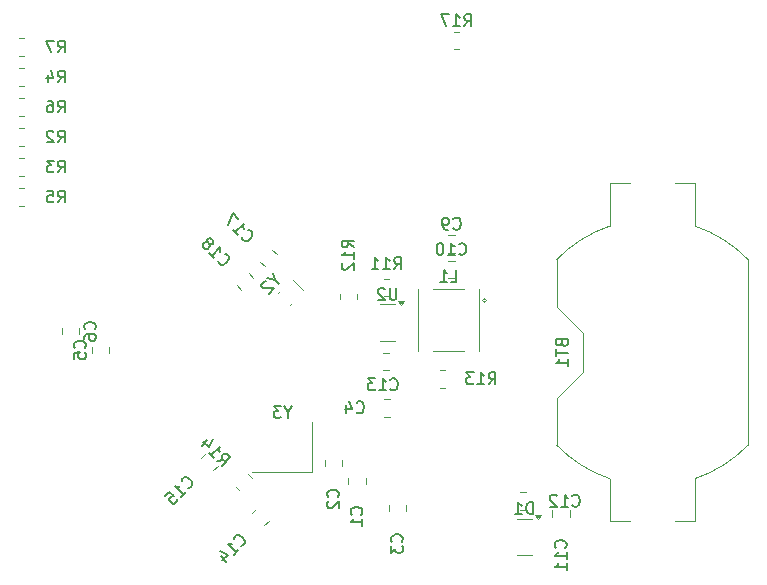
<source format=gbr>
%TF.GenerationSoftware,KiCad,Pcbnew,9.0.1*%
%TF.CreationDate,2025-04-22T02:33:50+03:00*%
%TF.ProjectId,k1921vg015_devboard,6b313932-3176-4673-9031-355f64657662,rev?*%
%TF.SameCoordinates,Original*%
%TF.FileFunction,Legend,Bot*%
%TF.FilePolarity,Positive*%
%FSLAX46Y46*%
G04 Gerber Fmt 4.6, Leading zero omitted, Abs format (unit mm)*
G04 Created by KiCad (PCBNEW 9.0.1) date 2025-04-22 02:33:50*
%MOMM*%
%LPD*%
G01*
G04 APERTURE LIST*
%ADD10C,0.150000*%
%ADD11C,0.120000*%
G04 APERTURE END LIST*
D10*
X47079857Y27618180D02*
X47413190Y28094371D01*
X47651285Y27618180D02*
X47651285Y28618180D01*
X47651285Y28618180D02*
X47270333Y28618180D01*
X47270333Y28618180D02*
X47175095Y28570561D01*
X47175095Y28570561D02*
X47127476Y28522942D01*
X47127476Y28522942D02*
X47079857Y28427704D01*
X47079857Y28427704D02*
X47079857Y28284847D01*
X47079857Y28284847D02*
X47127476Y28189609D01*
X47127476Y28189609D02*
X47175095Y28141990D01*
X47175095Y28141990D02*
X47270333Y28094371D01*
X47270333Y28094371D02*
X47651285Y28094371D01*
X46127476Y27618180D02*
X46698904Y27618180D01*
X46413190Y27618180D02*
X46413190Y28618180D01*
X46413190Y28618180D02*
X46508428Y28475323D01*
X46508428Y28475323D02*
X46603666Y28380085D01*
X46603666Y28380085D02*
X46698904Y28332466D01*
X45794142Y28618180D02*
X45127476Y28618180D01*
X45127476Y28618180D02*
X45556047Y27618180D01*
X37954166Y-5059580D02*
X38001785Y-5107200D01*
X38001785Y-5107200D02*
X38144642Y-5154819D01*
X38144642Y-5154819D02*
X38239880Y-5154819D01*
X38239880Y-5154819D02*
X38382737Y-5107200D01*
X38382737Y-5107200D02*
X38477975Y-5011961D01*
X38477975Y-5011961D02*
X38525594Y-4916723D01*
X38525594Y-4916723D02*
X38573213Y-4726247D01*
X38573213Y-4726247D02*
X38573213Y-4583390D01*
X38573213Y-4583390D02*
X38525594Y-4392914D01*
X38525594Y-4392914D02*
X38477975Y-4297676D01*
X38477975Y-4297676D02*
X38382737Y-4202438D01*
X38382737Y-4202438D02*
X38239880Y-4154819D01*
X38239880Y-4154819D02*
X38144642Y-4154819D01*
X38144642Y-4154819D02*
X38001785Y-4202438D01*
X38001785Y-4202438D02*
X37954166Y-4250057D01*
X37097023Y-4488152D02*
X37097023Y-5154819D01*
X37335118Y-4107200D02*
X37573213Y-4821485D01*
X37573213Y-4821485D02*
X36954166Y-4821485D01*
X36359580Y-12233333D02*
X36407200Y-12185714D01*
X36407200Y-12185714D02*
X36454819Y-12042857D01*
X36454819Y-12042857D02*
X36454819Y-11947619D01*
X36454819Y-11947619D02*
X36407200Y-11804762D01*
X36407200Y-11804762D02*
X36311961Y-11709524D01*
X36311961Y-11709524D02*
X36216723Y-11661905D01*
X36216723Y-11661905D02*
X36026247Y-11614286D01*
X36026247Y-11614286D02*
X35883390Y-11614286D01*
X35883390Y-11614286D02*
X35692914Y-11661905D01*
X35692914Y-11661905D02*
X35597676Y-11709524D01*
X35597676Y-11709524D02*
X35502438Y-11804762D01*
X35502438Y-11804762D02*
X35454819Y-11947619D01*
X35454819Y-11947619D02*
X35454819Y-12042857D01*
X35454819Y-12042857D02*
X35502438Y-12185714D01*
X35502438Y-12185714D02*
X35550057Y-12233333D01*
X35550057Y-12614286D02*
X35502438Y-12661905D01*
X35502438Y-12661905D02*
X35454819Y-12757143D01*
X35454819Y-12757143D02*
X35454819Y-12995238D01*
X35454819Y-12995238D02*
X35502438Y-13090476D01*
X35502438Y-13090476D02*
X35550057Y-13138095D01*
X35550057Y-13138095D02*
X35645295Y-13185714D01*
X35645295Y-13185714D02*
X35740533Y-13185714D01*
X35740533Y-13185714D02*
X35883390Y-13138095D01*
X35883390Y-13138095D02*
X36454819Y-12566667D01*
X36454819Y-12566667D02*
X36454819Y-13185714D01*
X46635357Y8345419D02*
X46682976Y8297800D01*
X46682976Y8297800D02*
X46825833Y8250180D01*
X46825833Y8250180D02*
X46921071Y8250180D01*
X46921071Y8250180D02*
X47063928Y8297800D01*
X47063928Y8297800D02*
X47159166Y8393038D01*
X47159166Y8393038D02*
X47206785Y8488276D01*
X47206785Y8488276D02*
X47254404Y8678752D01*
X47254404Y8678752D02*
X47254404Y8821609D01*
X47254404Y8821609D02*
X47206785Y9012085D01*
X47206785Y9012085D02*
X47159166Y9107323D01*
X47159166Y9107323D02*
X47063928Y9202561D01*
X47063928Y9202561D02*
X46921071Y9250180D01*
X46921071Y9250180D02*
X46825833Y9250180D01*
X46825833Y9250180D02*
X46682976Y9202561D01*
X46682976Y9202561D02*
X46635357Y9154942D01*
X45682976Y8250180D02*
X46254404Y8250180D01*
X45968690Y8250180D02*
X45968690Y9250180D01*
X45968690Y9250180D02*
X46063928Y9107323D01*
X46063928Y9107323D02*
X46159166Y9012085D01*
X46159166Y9012085D02*
X46254404Y8964466D01*
X45063928Y9250180D02*
X44968690Y9250180D01*
X44968690Y9250180D02*
X44873452Y9202561D01*
X44873452Y9202561D02*
X44825833Y9154942D01*
X44825833Y9154942D02*
X44778214Y9059704D01*
X44778214Y9059704D02*
X44730595Y8869228D01*
X44730595Y8869228D02*
X44730595Y8631133D01*
X44730595Y8631133D02*
X44778214Y8440657D01*
X44778214Y8440657D02*
X44825833Y8345419D01*
X44825833Y8345419D02*
X44873452Y8297800D01*
X44873452Y8297800D02*
X44968690Y8250180D01*
X44968690Y8250180D02*
X45063928Y8250180D01*
X45063928Y8250180D02*
X45159166Y8297800D01*
X45159166Y8297800D02*
X45206785Y8345419D01*
X45206785Y8345419D02*
X45254404Y8440657D01*
X45254404Y8440657D02*
X45302023Y8631133D01*
X45302023Y8631133D02*
X45302023Y8869228D01*
X45302023Y8869228D02*
X45254404Y9059704D01*
X45254404Y9059704D02*
X45206785Y9154942D01*
X45206785Y9154942D02*
X45159166Y9202561D01*
X45159166Y9202561D02*
X45063928Y9250180D01*
X28142453Y-16399670D02*
X28209797Y-16399670D01*
X28209797Y-16399670D02*
X28344484Y-16332326D01*
X28344484Y-16332326D02*
X28411827Y-16264983D01*
X28411827Y-16264983D02*
X28479171Y-16130296D01*
X28479171Y-16130296D02*
X28479171Y-15995609D01*
X28479171Y-15995609D02*
X28445499Y-15894594D01*
X28445499Y-15894594D02*
X28344484Y-15726235D01*
X28344484Y-15726235D02*
X28243469Y-15625220D01*
X28243469Y-15625220D02*
X28075110Y-15524204D01*
X28075110Y-15524204D02*
X27974095Y-15490533D01*
X27974095Y-15490533D02*
X27839408Y-15490533D01*
X27839408Y-15490533D02*
X27704721Y-15557876D01*
X27704721Y-15557876D02*
X27637377Y-15625220D01*
X27637377Y-15625220D02*
X27570034Y-15759907D01*
X27570034Y-15759907D02*
X27570034Y-15827250D01*
X27536362Y-17140448D02*
X27940423Y-16736387D01*
X27738392Y-16938418D02*
X27031286Y-16231311D01*
X27031286Y-16231311D02*
X27199644Y-16264983D01*
X27199644Y-16264983D02*
X27334331Y-16264983D01*
X27334331Y-16264983D02*
X27435347Y-16231311D01*
X26458866Y-17275136D02*
X26930270Y-17746540D01*
X26357850Y-16837403D02*
X27031285Y-17174120D01*
X27031285Y-17174120D02*
X26593553Y-17611853D01*
X15789580Y1954166D02*
X15837200Y2001785D01*
X15837200Y2001785D02*
X15884819Y2144642D01*
X15884819Y2144642D02*
X15884819Y2239880D01*
X15884819Y2239880D02*
X15837200Y2382737D01*
X15837200Y2382737D02*
X15741961Y2477975D01*
X15741961Y2477975D02*
X15646723Y2525594D01*
X15646723Y2525594D02*
X15456247Y2573213D01*
X15456247Y2573213D02*
X15313390Y2573213D01*
X15313390Y2573213D02*
X15122914Y2525594D01*
X15122914Y2525594D02*
X15027676Y2477975D01*
X15027676Y2477975D02*
X14932438Y2382737D01*
X14932438Y2382737D02*
X14884819Y2239880D01*
X14884819Y2239880D02*
X14884819Y2144642D01*
X14884819Y2144642D02*
X14932438Y2001785D01*
X14932438Y2001785D02*
X14980057Y1954166D01*
X14884819Y1097023D02*
X14884819Y1287499D01*
X14884819Y1287499D02*
X14932438Y1382737D01*
X14932438Y1382737D02*
X14980057Y1430356D01*
X14980057Y1430356D02*
X15122914Y1525594D01*
X15122914Y1525594D02*
X15313390Y1573213D01*
X15313390Y1573213D02*
X15694342Y1573213D01*
X15694342Y1573213D02*
X15789580Y1525594D01*
X15789580Y1525594D02*
X15837200Y1477975D01*
X15837200Y1477975D02*
X15884819Y1382737D01*
X15884819Y1382737D02*
X15884819Y1192261D01*
X15884819Y1192261D02*
X15837200Y1097023D01*
X15837200Y1097023D02*
X15789580Y1049404D01*
X15789580Y1049404D02*
X15694342Y1001785D01*
X15694342Y1001785D02*
X15456247Y1001785D01*
X15456247Y1001785D02*
X15361009Y1049404D01*
X15361009Y1049404D02*
X15313390Y1097023D01*
X15313390Y1097023D02*
X15265771Y1192261D01*
X15265771Y1192261D02*
X15265771Y1382737D01*
X15265771Y1382737D02*
X15313390Y1477975D01*
X15313390Y1477975D02*
X15361009Y1525594D01*
X15361009Y1525594D02*
X15456247Y1573213D01*
X38359580Y-13733333D02*
X38407200Y-13685714D01*
X38407200Y-13685714D02*
X38454819Y-13542857D01*
X38454819Y-13542857D02*
X38454819Y-13447619D01*
X38454819Y-13447619D02*
X38407200Y-13304762D01*
X38407200Y-13304762D02*
X38311961Y-13209524D01*
X38311961Y-13209524D02*
X38216723Y-13161905D01*
X38216723Y-13161905D02*
X38026247Y-13114286D01*
X38026247Y-13114286D02*
X37883390Y-13114286D01*
X37883390Y-13114286D02*
X37692914Y-13161905D01*
X37692914Y-13161905D02*
X37597676Y-13209524D01*
X37597676Y-13209524D02*
X37502438Y-13304762D01*
X37502438Y-13304762D02*
X37454819Y-13447619D01*
X37454819Y-13447619D02*
X37454819Y-13542857D01*
X37454819Y-13542857D02*
X37502438Y-13685714D01*
X37502438Y-13685714D02*
X37550057Y-13733333D01*
X38454819Y-14685714D02*
X38454819Y-14114286D01*
X38454819Y-14400000D02*
X37454819Y-14400000D01*
X37454819Y-14400000D02*
X37597676Y-14304762D01*
X37597676Y-14304762D02*
X37692914Y-14209524D01*
X37692914Y-14209524D02*
X37740533Y-14114286D01*
X41759580Y-16033333D02*
X41807200Y-15985714D01*
X41807200Y-15985714D02*
X41854819Y-15842857D01*
X41854819Y-15842857D02*
X41854819Y-15747619D01*
X41854819Y-15747619D02*
X41807200Y-15604762D01*
X41807200Y-15604762D02*
X41711961Y-15509524D01*
X41711961Y-15509524D02*
X41616723Y-15461905D01*
X41616723Y-15461905D02*
X41426247Y-15414286D01*
X41426247Y-15414286D02*
X41283390Y-15414286D01*
X41283390Y-15414286D02*
X41092914Y-15461905D01*
X41092914Y-15461905D02*
X40997676Y-15509524D01*
X40997676Y-15509524D02*
X40902438Y-15604762D01*
X40902438Y-15604762D02*
X40854819Y-15747619D01*
X40854819Y-15747619D02*
X40854819Y-15842857D01*
X40854819Y-15842857D02*
X40902438Y-15985714D01*
X40902438Y-15985714D02*
X40950057Y-16033333D01*
X40854819Y-16366667D02*
X40854819Y-16985714D01*
X40854819Y-16985714D02*
X41235771Y-16652381D01*
X41235771Y-16652381D02*
X41235771Y-16795238D01*
X41235771Y-16795238D02*
X41283390Y-16890476D01*
X41283390Y-16890476D02*
X41331009Y-16938095D01*
X41331009Y-16938095D02*
X41426247Y-16985714D01*
X41426247Y-16985714D02*
X41664342Y-16985714D01*
X41664342Y-16985714D02*
X41759580Y-16938095D01*
X41759580Y-16938095D02*
X41807200Y-16890476D01*
X41807200Y-16890476D02*
X41854819Y-16795238D01*
X41854819Y-16795238D02*
X41854819Y-16509524D01*
X41854819Y-16509524D02*
X41807200Y-16414286D01*
X41807200Y-16414286D02*
X41759580Y-16366667D01*
X28225432Y9766043D02*
X28225432Y9698699D01*
X28225432Y9698699D02*
X28292776Y9564012D01*
X28292776Y9564012D02*
X28360119Y9496669D01*
X28360119Y9496669D02*
X28494806Y9429325D01*
X28494806Y9429325D02*
X28629493Y9429325D01*
X28629493Y9429325D02*
X28730508Y9462997D01*
X28730508Y9462997D02*
X28898867Y9564012D01*
X28898867Y9564012D02*
X28999882Y9665027D01*
X28999882Y9665027D02*
X29100898Y9833386D01*
X29100898Y9833386D02*
X29134569Y9934401D01*
X29134569Y9934401D02*
X29134569Y10069088D01*
X29134569Y10069088D02*
X29067226Y10203775D01*
X29067226Y10203775D02*
X28999882Y10271119D01*
X28999882Y10271119D02*
X28865195Y10338462D01*
X28865195Y10338462D02*
X28797852Y10338462D01*
X27484654Y10372134D02*
X27888715Y9968073D01*
X27686684Y10170104D02*
X28393791Y10877210D01*
X28393791Y10877210D02*
X28360119Y10708852D01*
X28360119Y10708852D02*
X28360119Y10574165D01*
X28360119Y10574165D02*
X28393791Y10473149D01*
X27956058Y11314943D02*
X27484653Y11786348D01*
X27484653Y11786348D02*
X27080592Y10776195D01*
X12666666Y25395180D02*
X12999999Y25871371D01*
X13238094Y25395180D02*
X13238094Y26395180D01*
X13238094Y26395180D02*
X12857142Y26395180D01*
X12857142Y26395180D02*
X12761904Y26347561D01*
X12761904Y26347561D02*
X12714285Y26299942D01*
X12714285Y26299942D02*
X12666666Y26204704D01*
X12666666Y26204704D02*
X12666666Y26061847D01*
X12666666Y26061847D02*
X12714285Y25966609D01*
X12714285Y25966609D02*
X12761904Y25918990D01*
X12761904Y25918990D02*
X12857142Y25871371D01*
X12857142Y25871371D02*
X13238094Y25871371D01*
X12333332Y26395180D02*
X11666666Y26395180D01*
X11666666Y26395180D02*
X12095237Y25395180D01*
X31010523Y6152511D02*
X31347241Y5815793D01*
X30875836Y6758602D02*
X31010523Y6152511D01*
X31010523Y6152511D02*
X30404432Y6287198D01*
X30269745Y6017824D02*
X30202401Y6017824D01*
X30202401Y6017824D02*
X30101386Y5984152D01*
X30101386Y5984152D02*
X29933027Y5815793D01*
X29933027Y5815793D02*
X29899355Y5714778D01*
X29899355Y5714778D02*
X29899355Y5647435D01*
X29899355Y5647435D02*
X29933027Y5546419D01*
X29933027Y5546419D02*
X30000371Y5479076D01*
X30000371Y5479076D02*
X30135058Y5411732D01*
X30135058Y5411732D02*
X30943180Y5411732D01*
X30943180Y5411732D02*
X30505447Y4974000D01*
X26225432Y7766043D02*
X26225432Y7698699D01*
X26225432Y7698699D02*
X26292776Y7564012D01*
X26292776Y7564012D02*
X26360119Y7496669D01*
X26360119Y7496669D02*
X26494806Y7429325D01*
X26494806Y7429325D02*
X26629493Y7429325D01*
X26629493Y7429325D02*
X26730508Y7462997D01*
X26730508Y7462997D02*
X26898867Y7564012D01*
X26898867Y7564012D02*
X26999882Y7665027D01*
X26999882Y7665027D02*
X27100898Y7833386D01*
X27100898Y7833386D02*
X27134569Y7934401D01*
X27134569Y7934401D02*
X27134569Y8069088D01*
X27134569Y8069088D02*
X27067226Y8203775D01*
X27067226Y8203775D02*
X26999882Y8271119D01*
X26999882Y8271119D02*
X26865195Y8338462D01*
X26865195Y8338462D02*
X26797852Y8338462D01*
X25484654Y8372134D02*
X25888715Y7968073D01*
X25686684Y8170104D02*
X26393791Y8877210D01*
X26393791Y8877210D02*
X26360119Y8708852D01*
X26360119Y8708852D02*
X26360119Y8574165D01*
X26360119Y8574165D02*
X26393791Y8473149D01*
X25484653Y9180256D02*
X25585669Y9146585D01*
X25585669Y9146585D02*
X25653012Y9146585D01*
X25653012Y9146585D02*
X25754027Y9180256D01*
X25754027Y9180256D02*
X25787699Y9213928D01*
X25787699Y9213928D02*
X25821371Y9314943D01*
X25821371Y9314943D02*
X25821371Y9382287D01*
X25821371Y9382287D02*
X25787699Y9483302D01*
X25787699Y9483302D02*
X25653012Y9617989D01*
X25653012Y9617989D02*
X25551997Y9651661D01*
X25551997Y9651661D02*
X25484653Y9651661D01*
X25484653Y9651661D02*
X25383638Y9617989D01*
X25383638Y9617989D02*
X25349966Y9584317D01*
X25349966Y9584317D02*
X25316295Y9483302D01*
X25316295Y9483302D02*
X25316295Y9415959D01*
X25316295Y9415959D02*
X25349966Y9314943D01*
X25349966Y9314943D02*
X25484653Y9180256D01*
X25484653Y9180256D02*
X25518325Y9079241D01*
X25518325Y9079241D02*
X25518325Y9011898D01*
X25518325Y9011898D02*
X25484653Y8910882D01*
X25484653Y8910882D02*
X25349966Y8776195D01*
X25349966Y8776195D02*
X25248951Y8742524D01*
X25248951Y8742524D02*
X25181608Y8742524D01*
X25181608Y8742524D02*
X25080592Y8776195D01*
X25080592Y8776195D02*
X24945905Y8910882D01*
X24945905Y8910882D02*
X24912234Y9011898D01*
X24912234Y9011898D02*
X24912234Y9079241D01*
X24912234Y9079241D02*
X24945905Y9180256D01*
X24945905Y9180256D02*
X25080592Y9314943D01*
X25080592Y9314943D02*
X25181608Y9348615D01*
X25181608Y9348615D02*
X25248951Y9348615D01*
X25248951Y9348615D02*
X25349966Y9314943D01*
X12666666Y17775180D02*
X12999999Y18251371D01*
X13238094Y17775180D02*
X13238094Y18775180D01*
X13238094Y18775180D02*
X12857142Y18775180D01*
X12857142Y18775180D02*
X12761904Y18727561D01*
X12761904Y18727561D02*
X12714285Y18679942D01*
X12714285Y18679942D02*
X12666666Y18584704D01*
X12666666Y18584704D02*
X12666666Y18441847D01*
X12666666Y18441847D02*
X12714285Y18346609D01*
X12714285Y18346609D02*
X12761904Y18298990D01*
X12761904Y18298990D02*
X12857142Y18251371D01*
X12857142Y18251371D02*
X13238094Y18251371D01*
X12285713Y18679942D02*
X12238094Y18727561D01*
X12238094Y18727561D02*
X12142856Y18775180D01*
X12142856Y18775180D02*
X11904761Y18775180D01*
X11904761Y18775180D02*
X11809523Y18727561D01*
X11809523Y18727561D02*
X11761904Y18679942D01*
X11761904Y18679942D02*
X11714285Y18584704D01*
X11714285Y18584704D02*
X11714285Y18489466D01*
X11714285Y18489466D02*
X11761904Y18346609D01*
X11761904Y18346609D02*
X12333332Y17775180D01*
X12333332Y17775180D02*
X11714285Y17775180D01*
X12666666Y20315180D02*
X12999999Y20791371D01*
X13238094Y20315180D02*
X13238094Y21315180D01*
X13238094Y21315180D02*
X12857142Y21315180D01*
X12857142Y21315180D02*
X12761904Y21267561D01*
X12761904Y21267561D02*
X12714285Y21219942D01*
X12714285Y21219942D02*
X12666666Y21124704D01*
X12666666Y21124704D02*
X12666666Y20981847D01*
X12666666Y20981847D02*
X12714285Y20886609D01*
X12714285Y20886609D02*
X12761904Y20838990D01*
X12761904Y20838990D02*
X12857142Y20791371D01*
X12857142Y20791371D02*
X13238094Y20791371D01*
X11809523Y21315180D02*
X11999999Y21315180D01*
X11999999Y21315180D02*
X12095237Y21267561D01*
X12095237Y21267561D02*
X12142856Y21219942D01*
X12142856Y21219942D02*
X12238094Y21077085D01*
X12238094Y21077085D02*
X12285713Y20886609D01*
X12285713Y20886609D02*
X12285713Y20505657D01*
X12285713Y20505657D02*
X12238094Y20410419D01*
X12238094Y20410419D02*
X12190475Y20362800D01*
X12190475Y20362800D02*
X12095237Y20315180D01*
X12095237Y20315180D02*
X11904761Y20315180D01*
X11904761Y20315180D02*
X11809523Y20362800D01*
X11809523Y20362800D02*
X11761904Y20410419D01*
X11761904Y20410419D02*
X11714285Y20505657D01*
X11714285Y20505657D02*
X11714285Y20743752D01*
X11714285Y20743752D02*
X11761904Y20838990D01*
X11761904Y20838990D02*
X11809523Y20886609D01*
X11809523Y20886609D02*
X11904761Y20934228D01*
X11904761Y20934228D02*
X12095237Y20934228D01*
X12095237Y20934228D02*
X12190475Y20886609D01*
X12190475Y20886609D02*
X12238094Y20838990D01*
X12238094Y20838990D02*
X12285713Y20743752D01*
X23708830Y-11499694D02*
X23776174Y-11499694D01*
X23776174Y-11499694D02*
X23910861Y-11432350D01*
X23910861Y-11432350D02*
X23978204Y-11365007D01*
X23978204Y-11365007D02*
X24045548Y-11230320D01*
X24045548Y-11230320D02*
X24045548Y-11095633D01*
X24045548Y-11095633D02*
X24011876Y-10994618D01*
X24011876Y-10994618D02*
X23910861Y-10826259D01*
X23910861Y-10826259D02*
X23809846Y-10725244D01*
X23809846Y-10725244D02*
X23641487Y-10624228D01*
X23641487Y-10624228D02*
X23540472Y-10590557D01*
X23540472Y-10590557D02*
X23405785Y-10590557D01*
X23405785Y-10590557D02*
X23271098Y-10657900D01*
X23271098Y-10657900D02*
X23203754Y-10725244D01*
X23203754Y-10725244D02*
X23136411Y-10859931D01*
X23136411Y-10859931D02*
X23136411Y-10927274D01*
X23102739Y-12240472D02*
X23506800Y-11836411D01*
X23304769Y-12038442D02*
X22597663Y-11331335D01*
X22597663Y-11331335D02*
X22766021Y-11365007D01*
X22766021Y-11365007D02*
X22900708Y-11365007D01*
X22900708Y-11365007D02*
X23001724Y-11331335D01*
X21755869Y-12173129D02*
X22092586Y-11836411D01*
X22092586Y-11836411D02*
X22462975Y-12139457D01*
X22462975Y-12139457D02*
X22395632Y-12139457D01*
X22395632Y-12139457D02*
X22294617Y-12173129D01*
X22294617Y-12173129D02*
X22126258Y-12341488D01*
X22126258Y-12341488D02*
X22092586Y-12442503D01*
X22092586Y-12442503D02*
X22092586Y-12509847D01*
X22092586Y-12509847D02*
X22126258Y-12610862D01*
X22126258Y-12610862D02*
X22294617Y-12779221D01*
X22294617Y-12779221D02*
X22395632Y-12812892D01*
X22395632Y-12812892D02*
X22462975Y-12812892D01*
X22462975Y-12812892D02*
X22563991Y-12779221D01*
X22563991Y-12779221D02*
X22732349Y-12610862D01*
X22732349Y-12610862D02*
X22766021Y-12509847D01*
X22766021Y-12509847D02*
X22766021Y-12442503D01*
X55311009Y785714D02*
X55358628Y642857D01*
X55358628Y642857D02*
X55406247Y595238D01*
X55406247Y595238D02*
X55501485Y547619D01*
X55501485Y547619D02*
X55644342Y547619D01*
X55644342Y547619D02*
X55739580Y595238D01*
X55739580Y595238D02*
X55787200Y642857D01*
X55787200Y642857D02*
X55834819Y738095D01*
X55834819Y738095D02*
X55834819Y1119047D01*
X55834819Y1119047D02*
X54834819Y1119047D01*
X54834819Y1119047D02*
X54834819Y785714D01*
X54834819Y785714D02*
X54882438Y690476D01*
X54882438Y690476D02*
X54930057Y642857D01*
X54930057Y642857D02*
X55025295Y595238D01*
X55025295Y595238D02*
X55120533Y595238D01*
X55120533Y595238D02*
X55215771Y642857D01*
X55215771Y642857D02*
X55263390Y690476D01*
X55263390Y690476D02*
X55311009Y785714D01*
X55311009Y785714D02*
X55311009Y1119047D01*
X54834819Y261904D02*
X54834819Y-309523D01*
X55834819Y-23809D02*
X54834819Y-23809D01*
X55834819Y-1166666D02*
X55834819Y-595238D01*
X55834819Y-880952D02*
X54834819Y-880952D01*
X54834819Y-880952D02*
X54977676Y-785714D01*
X54977676Y-785714D02*
X55072914Y-690476D01*
X55072914Y-690476D02*
X55120533Y-595238D01*
X37704819Y8892857D02*
X37228628Y9226190D01*
X37704819Y9464285D02*
X36704819Y9464285D01*
X36704819Y9464285D02*
X36704819Y9083333D01*
X36704819Y9083333D02*
X36752438Y8988095D01*
X36752438Y8988095D02*
X36800057Y8940476D01*
X36800057Y8940476D02*
X36895295Y8892857D01*
X36895295Y8892857D02*
X37038152Y8892857D01*
X37038152Y8892857D02*
X37133390Y8940476D01*
X37133390Y8940476D02*
X37181009Y8988095D01*
X37181009Y8988095D02*
X37228628Y9083333D01*
X37228628Y9083333D02*
X37228628Y9464285D01*
X37704819Y7940476D02*
X37704819Y8511904D01*
X37704819Y8226190D02*
X36704819Y8226190D01*
X36704819Y8226190D02*
X36847676Y8321428D01*
X36847676Y8321428D02*
X36942914Y8416666D01*
X36942914Y8416666D02*
X36990533Y8511904D01*
X36800057Y7559523D02*
X36752438Y7511904D01*
X36752438Y7511904D02*
X36704819Y7416666D01*
X36704819Y7416666D02*
X36704819Y7178571D01*
X36704819Y7178571D02*
X36752438Y7083333D01*
X36752438Y7083333D02*
X36800057Y7035714D01*
X36800057Y7035714D02*
X36895295Y6988095D01*
X36895295Y6988095D02*
X36990533Y6988095D01*
X36990533Y6988095D02*
X37133390Y7035714D01*
X37133390Y7035714D02*
X37704819Y7607142D01*
X37704819Y7607142D02*
X37704819Y6988095D01*
X32134889Y-5066428D02*
X32134889Y-5542619D01*
X32468222Y-4542619D02*
X32134889Y-5066428D01*
X32134889Y-5066428D02*
X31801556Y-4542619D01*
X31563460Y-4542619D02*
X30944413Y-4542619D01*
X30944413Y-4542619D02*
X31277746Y-4923571D01*
X31277746Y-4923571D02*
X31134889Y-4923571D01*
X31134889Y-4923571D02*
X31039651Y-4971190D01*
X31039651Y-4971190D02*
X30992032Y-5018809D01*
X30992032Y-5018809D02*
X30944413Y-5114047D01*
X30944413Y-5114047D02*
X30944413Y-5352142D01*
X30944413Y-5352142D02*
X30992032Y-5447380D01*
X30992032Y-5447380D02*
X31039651Y-5495000D01*
X31039651Y-5495000D02*
X31134889Y-5542619D01*
X31134889Y-5542619D02*
X31420603Y-5542619D01*
X31420603Y-5542619D02*
X31515841Y-5495000D01*
X31515841Y-5495000D02*
X31563460Y-5447380D01*
X12666666Y15235180D02*
X12999999Y15711371D01*
X13238094Y15235180D02*
X13238094Y16235180D01*
X13238094Y16235180D02*
X12857142Y16235180D01*
X12857142Y16235180D02*
X12761904Y16187561D01*
X12761904Y16187561D02*
X12714285Y16139942D01*
X12714285Y16139942D02*
X12666666Y16044704D01*
X12666666Y16044704D02*
X12666666Y15901847D01*
X12666666Y15901847D02*
X12714285Y15806609D01*
X12714285Y15806609D02*
X12761904Y15758990D01*
X12761904Y15758990D02*
X12857142Y15711371D01*
X12857142Y15711371D02*
X13238094Y15711371D01*
X12333332Y16235180D02*
X11714285Y16235180D01*
X11714285Y16235180D02*
X12047618Y15854228D01*
X12047618Y15854228D02*
X11904761Y15854228D01*
X11904761Y15854228D02*
X11809523Y15806609D01*
X11809523Y15806609D02*
X11761904Y15758990D01*
X11761904Y15758990D02*
X11714285Y15663752D01*
X11714285Y15663752D02*
X11714285Y15425657D01*
X11714285Y15425657D02*
X11761904Y15330419D01*
X11761904Y15330419D02*
X11809523Y15282800D01*
X11809523Y15282800D02*
X11904761Y15235180D01*
X11904761Y15235180D02*
X12190475Y15235180D01*
X12190475Y15235180D02*
X12285713Y15282800D01*
X12285713Y15282800D02*
X12333332Y15330419D01*
X12666666Y12695180D02*
X12999999Y13171371D01*
X13238094Y12695180D02*
X13238094Y13695180D01*
X13238094Y13695180D02*
X12857142Y13695180D01*
X12857142Y13695180D02*
X12761904Y13647561D01*
X12761904Y13647561D02*
X12714285Y13599942D01*
X12714285Y13599942D02*
X12666666Y13504704D01*
X12666666Y13504704D02*
X12666666Y13361847D01*
X12666666Y13361847D02*
X12714285Y13266609D01*
X12714285Y13266609D02*
X12761904Y13218990D01*
X12761904Y13218990D02*
X12857142Y13171371D01*
X12857142Y13171371D02*
X13238094Y13171371D01*
X11761904Y13695180D02*
X12238094Y13695180D01*
X12238094Y13695180D02*
X12285713Y13218990D01*
X12285713Y13218990D02*
X12238094Y13266609D01*
X12238094Y13266609D02*
X12142856Y13314228D01*
X12142856Y13314228D02*
X11904761Y13314228D01*
X11904761Y13314228D02*
X11809523Y13266609D01*
X11809523Y13266609D02*
X11761904Y13218990D01*
X11761904Y13218990D02*
X11714285Y13123752D01*
X11714285Y13123752D02*
X11714285Y12885657D01*
X11714285Y12885657D02*
X11761904Y12790419D01*
X11761904Y12790419D02*
X11809523Y12742800D01*
X11809523Y12742800D02*
X11904761Y12695180D01*
X11904761Y12695180D02*
X12142856Y12695180D01*
X12142856Y12695180D02*
X12238094Y12742800D01*
X12238094Y12742800D02*
X12285713Y12790419D01*
X14929580Y379166D02*
X14977200Y426785D01*
X14977200Y426785D02*
X15024819Y569642D01*
X15024819Y569642D02*
X15024819Y664880D01*
X15024819Y664880D02*
X14977200Y807737D01*
X14977200Y807737D02*
X14881961Y902975D01*
X14881961Y902975D02*
X14786723Y950594D01*
X14786723Y950594D02*
X14596247Y998213D01*
X14596247Y998213D02*
X14453390Y998213D01*
X14453390Y998213D02*
X14262914Y950594D01*
X14262914Y950594D02*
X14167676Y902975D01*
X14167676Y902975D02*
X14072438Y807737D01*
X14072438Y807737D02*
X14024819Y664880D01*
X14024819Y664880D02*
X14024819Y569642D01*
X14024819Y569642D02*
X14072438Y426785D01*
X14072438Y426785D02*
X14120057Y379166D01*
X14024819Y-525595D02*
X14024819Y-49405D01*
X14024819Y-49405D02*
X14501009Y-1786D01*
X14501009Y-1786D02*
X14453390Y-49405D01*
X14453390Y-49405D02*
X14405771Y-144643D01*
X14405771Y-144643D02*
X14405771Y-382738D01*
X14405771Y-382738D02*
X14453390Y-477976D01*
X14453390Y-477976D02*
X14501009Y-525595D01*
X14501009Y-525595D02*
X14596247Y-573214D01*
X14596247Y-573214D02*
X14834342Y-573214D01*
X14834342Y-573214D02*
X14929580Y-525595D01*
X14929580Y-525595D02*
X14977200Y-477976D01*
X14977200Y-477976D02*
X15024819Y-382738D01*
X15024819Y-382738D02*
X15024819Y-144643D01*
X15024819Y-144643D02*
X14977200Y-49405D01*
X14977200Y-49405D02*
X14929580Y-1786D01*
X45916666Y5995180D02*
X46392856Y5995180D01*
X46392856Y5995180D02*
X46392856Y6995180D01*
X45059523Y5995180D02*
X45630951Y5995180D01*
X45345237Y5995180D02*
X45345237Y6995180D01*
X45345237Y6995180D02*
X45440475Y6852323D01*
X45440475Y6852323D02*
X45535713Y6757085D01*
X45535713Y6757085D02*
X45630951Y6709466D01*
X49142857Y-2704819D02*
X49476190Y-2228628D01*
X49714285Y-2704819D02*
X49714285Y-1704819D01*
X49714285Y-1704819D02*
X49333333Y-1704819D01*
X49333333Y-1704819D02*
X49238095Y-1752438D01*
X49238095Y-1752438D02*
X49190476Y-1800057D01*
X49190476Y-1800057D02*
X49142857Y-1895295D01*
X49142857Y-1895295D02*
X49142857Y-2038152D01*
X49142857Y-2038152D02*
X49190476Y-2133390D01*
X49190476Y-2133390D02*
X49238095Y-2181009D01*
X49238095Y-2181009D02*
X49333333Y-2228628D01*
X49333333Y-2228628D02*
X49714285Y-2228628D01*
X48190476Y-2704819D02*
X48761904Y-2704819D01*
X48476190Y-2704819D02*
X48476190Y-1704819D01*
X48476190Y-1704819D02*
X48571428Y-1847676D01*
X48571428Y-1847676D02*
X48666666Y-1942914D01*
X48666666Y-1942914D02*
X48761904Y-1990533D01*
X47857142Y-1704819D02*
X47238095Y-1704819D01*
X47238095Y-1704819D02*
X47571428Y-2085771D01*
X47571428Y-2085771D02*
X47428571Y-2085771D01*
X47428571Y-2085771D02*
X47333333Y-2133390D01*
X47333333Y-2133390D02*
X47285714Y-2181009D01*
X47285714Y-2181009D02*
X47238095Y-2276247D01*
X47238095Y-2276247D02*
X47238095Y-2514342D01*
X47238095Y-2514342D02*
X47285714Y-2609580D01*
X47285714Y-2609580D02*
X47333333Y-2657200D01*
X47333333Y-2657200D02*
X47428571Y-2704819D01*
X47428571Y-2704819D02*
X47714285Y-2704819D01*
X47714285Y-2704819D02*
X47809523Y-2657200D01*
X47809523Y-2657200D02*
X47857142Y-2609580D01*
X41324404Y5445180D02*
X41324404Y4635657D01*
X41324404Y4635657D02*
X41276785Y4540419D01*
X41276785Y4540419D02*
X41229166Y4492800D01*
X41229166Y4492800D02*
X41133928Y4445180D01*
X41133928Y4445180D02*
X40943452Y4445180D01*
X40943452Y4445180D02*
X40848214Y4492800D01*
X40848214Y4492800D02*
X40800595Y4540419D01*
X40800595Y4540419D02*
X40752976Y4635657D01*
X40752976Y4635657D02*
X40752976Y5445180D01*
X40324404Y5349942D02*
X40276785Y5397561D01*
X40276785Y5397561D02*
X40181547Y5445180D01*
X40181547Y5445180D02*
X39943452Y5445180D01*
X39943452Y5445180D02*
X39848214Y5397561D01*
X39848214Y5397561D02*
X39800595Y5349942D01*
X39800595Y5349942D02*
X39752976Y5254704D01*
X39752976Y5254704D02*
X39752976Y5159466D01*
X39752976Y5159466D02*
X39800595Y5016609D01*
X39800595Y5016609D02*
X40372023Y4445180D01*
X40372023Y4445180D02*
X39752976Y4445180D01*
X41142857Y7045180D02*
X41476190Y7521371D01*
X41714285Y7045180D02*
X41714285Y8045180D01*
X41714285Y8045180D02*
X41333333Y8045180D01*
X41333333Y8045180D02*
X41238095Y7997561D01*
X41238095Y7997561D02*
X41190476Y7949942D01*
X41190476Y7949942D02*
X41142857Y7854704D01*
X41142857Y7854704D02*
X41142857Y7711847D01*
X41142857Y7711847D02*
X41190476Y7616609D01*
X41190476Y7616609D02*
X41238095Y7568990D01*
X41238095Y7568990D02*
X41333333Y7521371D01*
X41333333Y7521371D02*
X41714285Y7521371D01*
X40190476Y7045180D02*
X40761904Y7045180D01*
X40476190Y7045180D02*
X40476190Y8045180D01*
X40476190Y8045180D02*
X40571428Y7902323D01*
X40571428Y7902323D02*
X40666666Y7807085D01*
X40666666Y7807085D02*
X40761904Y7759466D01*
X39238095Y7045180D02*
X39809523Y7045180D01*
X39523809Y7045180D02*
X39523809Y8045180D01*
X39523809Y8045180D02*
X39619047Y7902323D01*
X39619047Y7902323D02*
X39714285Y7807085D01*
X39714285Y7807085D02*
X39809523Y7759466D01*
X55634580Y-16537142D02*
X55682200Y-16489523D01*
X55682200Y-16489523D02*
X55729819Y-16346666D01*
X55729819Y-16346666D02*
X55729819Y-16251428D01*
X55729819Y-16251428D02*
X55682200Y-16108571D01*
X55682200Y-16108571D02*
X55586961Y-16013333D01*
X55586961Y-16013333D02*
X55491723Y-15965714D01*
X55491723Y-15965714D02*
X55301247Y-15918095D01*
X55301247Y-15918095D02*
X55158390Y-15918095D01*
X55158390Y-15918095D02*
X54967914Y-15965714D01*
X54967914Y-15965714D02*
X54872676Y-16013333D01*
X54872676Y-16013333D02*
X54777438Y-16108571D01*
X54777438Y-16108571D02*
X54729819Y-16251428D01*
X54729819Y-16251428D02*
X54729819Y-16346666D01*
X54729819Y-16346666D02*
X54777438Y-16489523D01*
X54777438Y-16489523D02*
X54825057Y-16537142D01*
X55729819Y-17489523D02*
X55729819Y-16918095D01*
X55729819Y-17203809D02*
X54729819Y-17203809D01*
X54729819Y-17203809D02*
X54872676Y-17108571D01*
X54872676Y-17108571D02*
X54967914Y-17013333D01*
X54967914Y-17013333D02*
X55015533Y-16918095D01*
X55729819Y-18441904D02*
X55729819Y-17870476D01*
X55729819Y-18156190D02*
X54729819Y-18156190D01*
X54729819Y-18156190D02*
X54872676Y-18060952D01*
X54872676Y-18060952D02*
X54967914Y-17965714D01*
X54967914Y-17965714D02*
X55015533Y-17870476D01*
X46159166Y10495419D02*
X46206785Y10447800D01*
X46206785Y10447800D02*
X46349642Y10400180D01*
X46349642Y10400180D02*
X46444880Y10400180D01*
X46444880Y10400180D02*
X46587737Y10447800D01*
X46587737Y10447800D02*
X46682975Y10543038D01*
X46682975Y10543038D02*
X46730594Y10638276D01*
X46730594Y10638276D02*
X46778213Y10828752D01*
X46778213Y10828752D02*
X46778213Y10971609D01*
X46778213Y10971609D02*
X46730594Y11162085D01*
X46730594Y11162085D02*
X46682975Y11257323D01*
X46682975Y11257323D02*
X46587737Y11352561D01*
X46587737Y11352561D02*
X46444880Y11400180D01*
X46444880Y11400180D02*
X46349642Y11400180D01*
X46349642Y11400180D02*
X46206785Y11352561D01*
X46206785Y11352561D02*
X46159166Y11304942D01*
X45682975Y10400180D02*
X45492499Y10400180D01*
X45492499Y10400180D02*
X45397261Y10447800D01*
X45397261Y10447800D02*
X45349642Y10495419D01*
X45349642Y10495419D02*
X45254404Y10638276D01*
X45254404Y10638276D02*
X45206785Y10828752D01*
X45206785Y10828752D02*
X45206785Y11209704D01*
X45206785Y11209704D02*
X45254404Y11304942D01*
X45254404Y11304942D02*
X45302023Y11352561D01*
X45302023Y11352561D02*
X45397261Y11400180D01*
X45397261Y11400180D02*
X45587737Y11400180D01*
X45587737Y11400180D02*
X45682975Y11352561D01*
X45682975Y11352561D02*
X45730594Y11304942D01*
X45730594Y11304942D02*
X45778213Y11209704D01*
X45778213Y11209704D02*
X45778213Y10971609D01*
X45778213Y10971609D02*
X45730594Y10876371D01*
X45730594Y10876371D02*
X45682975Y10828752D01*
X45682975Y10828752D02*
X45587737Y10781133D01*
X45587737Y10781133D02*
X45397261Y10781133D01*
X45397261Y10781133D02*
X45302023Y10828752D01*
X45302023Y10828752D02*
X45254404Y10876371D01*
X45254404Y10876371D02*
X45206785Y10971609D01*
X40817857Y-3109580D02*
X40865476Y-3157200D01*
X40865476Y-3157200D02*
X41008333Y-3204819D01*
X41008333Y-3204819D02*
X41103571Y-3204819D01*
X41103571Y-3204819D02*
X41246428Y-3157200D01*
X41246428Y-3157200D02*
X41341666Y-3061961D01*
X41341666Y-3061961D02*
X41389285Y-2966723D01*
X41389285Y-2966723D02*
X41436904Y-2776247D01*
X41436904Y-2776247D02*
X41436904Y-2633390D01*
X41436904Y-2633390D02*
X41389285Y-2442914D01*
X41389285Y-2442914D02*
X41341666Y-2347676D01*
X41341666Y-2347676D02*
X41246428Y-2252438D01*
X41246428Y-2252438D02*
X41103571Y-2204819D01*
X41103571Y-2204819D02*
X41008333Y-2204819D01*
X41008333Y-2204819D02*
X40865476Y-2252438D01*
X40865476Y-2252438D02*
X40817857Y-2300057D01*
X39865476Y-3204819D02*
X40436904Y-3204819D01*
X40151190Y-3204819D02*
X40151190Y-2204819D01*
X40151190Y-2204819D02*
X40246428Y-2347676D01*
X40246428Y-2347676D02*
X40341666Y-2442914D01*
X40341666Y-2442914D02*
X40436904Y-2490533D01*
X39532142Y-2204819D02*
X38913095Y-2204819D01*
X38913095Y-2204819D02*
X39246428Y-2585771D01*
X39246428Y-2585771D02*
X39103571Y-2585771D01*
X39103571Y-2585771D02*
X39008333Y-2633390D01*
X39008333Y-2633390D02*
X38960714Y-2681009D01*
X38960714Y-2681009D02*
X38913095Y-2776247D01*
X38913095Y-2776247D02*
X38913095Y-3014342D01*
X38913095Y-3014342D02*
X38960714Y-3109580D01*
X38960714Y-3109580D02*
X39008333Y-3157200D01*
X39008333Y-3157200D02*
X39103571Y-3204819D01*
X39103571Y-3204819D02*
X39389285Y-3204819D01*
X39389285Y-3204819D02*
X39484523Y-3157200D01*
X39484523Y-3157200D02*
X39532142Y-3109580D01*
X52888094Y-13684819D02*
X52888094Y-12684819D01*
X52888094Y-12684819D02*
X52649999Y-12684819D01*
X52649999Y-12684819D02*
X52507142Y-12732438D01*
X52507142Y-12732438D02*
X52411904Y-12827676D01*
X52411904Y-12827676D02*
X52364285Y-12922914D01*
X52364285Y-12922914D02*
X52316666Y-13113390D01*
X52316666Y-13113390D02*
X52316666Y-13256247D01*
X52316666Y-13256247D02*
X52364285Y-13446723D01*
X52364285Y-13446723D02*
X52411904Y-13541961D01*
X52411904Y-13541961D02*
X52507142Y-13637200D01*
X52507142Y-13637200D02*
X52649999Y-13684819D01*
X52649999Y-13684819D02*
X52888094Y-13684819D01*
X51364285Y-13684819D02*
X51935713Y-13684819D01*
X51649999Y-13684819D02*
X51649999Y-12684819D01*
X51649999Y-12684819D02*
X51745237Y-12827676D01*
X51745237Y-12827676D02*
X51840475Y-12922914D01*
X51840475Y-12922914D02*
X51935713Y-12970533D01*
X26128800Y-9202305D02*
X26701219Y-9101290D01*
X26532861Y-9606366D02*
X27239967Y-8899259D01*
X27239967Y-8899259D02*
X26970593Y-8629885D01*
X26970593Y-8629885D02*
X26869578Y-8596213D01*
X26869578Y-8596213D02*
X26802235Y-8596213D01*
X26802235Y-8596213D02*
X26701219Y-8629885D01*
X26701219Y-8629885D02*
X26600204Y-8730900D01*
X26600204Y-8730900D02*
X26566532Y-8831916D01*
X26566532Y-8831916D02*
X26566532Y-8899259D01*
X26566532Y-8899259D02*
X26600204Y-9000274D01*
X26600204Y-9000274D02*
X26869578Y-9269648D01*
X25455365Y-8528870D02*
X25859426Y-8932931D01*
X25657395Y-8730900D02*
X26364502Y-8023794D01*
X26364502Y-8023794D02*
X26330830Y-8192152D01*
X26330830Y-8192152D02*
X26330830Y-8326839D01*
X26330830Y-8326839D02*
X26364502Y-8427855D01*
X25320677Y-7451374D02*
X24849273Y-7922778D01*
X25758410Y-7350358D02*
X25421693Y-8023793D01*
X25421693Y-8023793D02*
X24983960Y-7586061D01*
X56230357Y-12959580D02*
X56277976Y-13007200D01*
X56277976Y-13007200D02*
X56420833Y-13054819D01*
X56420833Y-13054819D02*
X56516071Y-13054819D01*
X56516071Y-13054819D02*
X56658928Y-13007200D01*
X56658928Y-13007200D02*
X56754166Y-12911961D01*
X56754166Y-12911961D02*
X56801785Y-12816723D01*
X56801785Y-12816723D02*
X56849404Y-12626247D01*
X56849404Y-12626247D02*
X56849404Y-12483390D01*
X56849404Y-12483390D02*
X56801785Y-12292914D01*
X56801785Y-12292914D02*
X56754166Y-12197676D01*
X56754166Y-12197676D02*
X56658928Y-12102438D01*
X56658928Y-12102438D02*
X56516071Y-12054819D01*
X56516071Y-12054819D02*
X56420833Y-12054819D01*
X56420833Y-12054819D02*
X56277976Y-12102438D01*
X56277976Y-12102438D02*
X56230357Y-12150057D01*
X55277976Y-13054819D02*
X55849404Y-13054819D01*
X55563690Y-13054819D02*
X55563690Y-12054819D01*
X55563690Y-12054819D02*
X55658928Y-12197676D01*
X55658928Y-12197676D02*
X55754166Y-12292914D01*
X55754166Y-12292914D02*
X55849404Y-12340533D01*
X54897023Y-12150057D02*
X54849404Y-12102438D01*
X54849404Y-12102438D02*
X54754166Y-12054819D01*
X54754166Y-12054819D02*
X54516071Y-12054819D01*
X54516071Y-12054819D02*
X54420833Y-12102438D01*
X54420833Y-12102438D02*
X54373214Y-12150057D01*
X54373214Y-12150057D02*
X54325595Y-12245295D01*
X54325595Y-12245295D02*
X54325595Y-12340533D01*
X54325595Y-12340533D02*
X54373214Y-12483390D01*
X54373214Y-12483390D02*
X54944642Y-13054819D01*
X54944642Y-13054819D02*
X54325595Y-13054819D01*
X12666666Y22855180D02*
X12999999Y23331371D01*
X13238094Y22855180D02*
X13238094Y23855180D01*
X13238094Y23855180D02*
X12857142Y23855180D01*
X12857142Y23855180D02*
X12761904Y23807561D01*
X12761904Y23807561D02*
X12714285Y23759942D01*
X12714285Y23759942D02*
X12666666Y23664704D01*
X12666666Y23664704D02*
X12666666Y23521847D01*
X12666666Y23521847D02*
X12714285Y23426609D01*
X12714285Y23426609D02*
X12761904Y23378990D01*
X12761904Y23378990D02*
X12857142Y23331371D01*
X12857142Y23331371D02*
X13238094Y23331371D01*
X11809523Y23521847D02*
X11809523Y22855180D01*
X12047618Y23902800D02*
X12285713Y23188514D01*
X12285713Y23188514D02*
X11666666Y23188514D01*
D11*
%TO.C,R17*%
X46664064Y27158000D02*
X46209936Y27158000D01*
X46664064Y25688000D02*
X46209936Y25688000D01*
%TO.C,C4*%
X40276248Y-3965000D02*
X40798752Y-3965000D01*
X40276248Y-5435000D02*
X40798752Y-5435000D01*
%TO.C,C2*%
X35265000Y-9138748D02*
X35265000Y-9661252D01*
X36735000Y-9138748D02*
X36735000Y-9661252D01*
%TO.C,C10*%
X46253752Y7760000D02*
X45731248Y7760000D01*
X46253752Y6290000D02*
X45731248Y6290000D01*
%TO.C,C14*%
X29465010Y-13229143D02*
X29095543Y-13598610D01*
X30504457Y-14268590D02*
X30134990Y-14638057D01*
%TO.C,C6*%
X13015000Y1526248D02*
X13015000Y2048752D01*
X14485000Y1526248D02*
X14485000Y2048752D01*
%TO.C,C1*%
X37265000Y-10638748D02*
X37265000Y-11161252D01*
X38735000Y-10638748D02*
X38735000Y-11161252D01*
%TO.C,C3*%
X40665000Y-12938748D02*
X40665000Y-13461252D01*
X42135000Y-12938748D02*
X42135000Y-13461252D01*
%TO.C,C17*%
X30165010Y7295543D02*
X29795543Y7665010D01*
X31204457Y8334990D02*
X30834990Y8704457D01*
%TO.C,R7*%
X9827064Y26585000D02*
X9372936Y26585000D01*
X9827064Y25115000D02*
X9372936Y25115000D01*
%TO.C,Y2*%
X31466736Y5164285D02*
X31325315Y5022864D01*
X32456685Y4174336D02*
X32315264Y4032915D01*
X32562751Y6118880D02*
X33411280Y5270351D01*
%TO.C,C18*%
X28165010Y5295543D02*
X27795543Y5665010D01*
X29204457Y6334990D02*
X28834990Y6704457D01*
%TO.C,R2*%
X9827064Y18965000D02*
X9372936Y18965000D01*
X9827064Y17495000D02*
X9372936Y17495000D01*
%TO.C,R6*%
X9827064Y21505000D02*
X9372936Y21505000D01*
X9827064Y20035000D02*
X9372936Y20035000D01*
%TO.C,C15*%
X25165010Y-8545543D02*
X24795543Y-8915010D01*
X26204457Y-9584990D02*
X25834990Y-9954457D01*
%TO.C,BT1*%
X54890000Y7847300D02*
X54890000Y3860000D01*
X54890000Y-3860000D02*
X54890000Y-7847300D01*
X57090000Y1660000D02*
X54890000Y3860000D01*
X57090000Y1660000D02*
X57090000Y-1660000D01*
X57090000Y-1660000D02*
X54890000Y-3860000D01*
X59390000Y14310000D02*
X59390000Y10692000D01*
X59390000Y-10692000D02*
X59390000Y-14310000D01*
X61100000Y14310000D02*
X59390000Y14310000D01*
X61100000Y-14310000D02*
X59390000Y-14310000D01*
X64900000Y14310000D02*
X66610000Y14310000D01*
X64900000Y-14310000D02*
X66610000Y-14310000D01*
X66610000Y10692000D02*
X66610000Y14310000D01*
X66610000Y-14310000D02*
X66610000Y-10692000D01*
X71110000Y-7847300D02*
X71110000Y7847300D01*
X54888211Y7845371D02*
G75*
G02*
X59390000Y10692000I8111801J-7845391D01*
G01*
X59390000Y-10692000D02*
G75*
G02*
X54888211Y-7845371I3609986J10691979D01*
G01*
X66610000Y10692000D02*
G75*
G02*
X71111789Y7845371I-3610012J-10692020D01*
G01*
X71111789Y-7845371D02*
G75*
G02*
X66610000Y-10691999I-8111799J7845391D01*
G01*
%TO.C,R12*%
X36515000Y4522936D02*
X36515000Y4977064D01*
X37985000Y4522936D02*
X37985000Y4977064D01*
%TO.C,Y3*%
X34208700Y-5887800D02*
X34208700Y-10137800D01*
X34208700Y-10137800D02*
X29108700Y-10137800D01*
%TO.C,R3*%
X9827064Y16425000D02*
X9372936Y16425000D01*
X9827064Y14955000D02*
X9372936Y14955000D01*
%TO.C,R5*%
X9827064Y13885000D02*
X9372936Y13885000D01*
X9827064Y12415000D02*
X9372936Y12415000D01*
%TO.C,C5*%
X15515000Y473752D02*
X15515000Y-48752D01*
X16985000Y473752D02*
X16985000Y-48752D01*
%TO.C,L1*%
X43140000Y5360000D02*
X43140000Y140000D01*
X47050000Y5360000D02*
X44450000Y5360000D01*
X47050000Y140000D02*
X44450000Y140000D01*
X48360000Y5360000D02*
X48360000Y140000D01*
X48950000Y4400000D02*
G75*
G02*
X48650000Y4400000I-150000J0D01*
G01*
X48650000Y4400000D02*
G75*
G02*
X48950000Y4400000I150000J0D01*
G01*
%TO.C,R13*%
X45477064Y-1515000D02*
X45022936Y-1515000D01*
X45477064Y-2985000D02*
X45022936Y-2985000D01*
%TO.C,U2*%
X40562500Y4060000D02*
X39912500Y4060000D01*
X40562500Y4060000D02*
X41212500Y4060000D01*
X40562500Y940000D02*
X39912500Y940000D01*
X40562500Y940000D02*
X41212500Y940000D01*
X41725000Y4010000D02*
X41485000Y4340000D01*
X41965000Y4340000D01*
X41725000Y4010000D01*
G36*
X41725000Y4010000D02*
G01*
X41485000Y4340000D01*
X41965000Y4340000D01*
X41725000Y4010000D01*
G37*
%TO.C,R11*%
X40272936Y6235000D02*
X40727064Y6235000D01*
X40272936Y4765000D02*
X40727064Y4765000D01*
%TO.C,C11*%
X54540000Y-13903752D02*
X54540000Y-13381248D01*
X56010000Y-13903752D02*
X56010000Y-13381248D01*
%TO.C,C9*%
X46253752Y9910000D02*
X45731248Y9910000D01*
X46253752Y8440000D02*
X45731248Y8440000D01*
%TO.C,C13*%
X40723752Y-15000D02*
X40201248Y-15000D01*
X40723752Y-1485000D02*
X40201248Y-1485000D01*
%TO.C,D1*%
X52150000Y-14070000D02*
X51500000Y-14070000D01*
X52150000Y-14070000D02*
X52800000Y-14070000D01*
X52150000Y-17190000D02*
X51500000Y-17190000D01*
X52150000Y-17190000D02*
X52800000Y-17190000D01*
X53312500Y-14120000D02*
X53072500Y-13790000D01*
X53552500Y-13790000D01*
X53312500Y-14120000D01*
G36*
X53312500Y-14120000D02*
G01*
X53072500Y-13790000D01*
X53552500Y-13790000D01*
X53312500Y-14120000D01*
G37*
%TO.C,R14*%
X27719718Y-11359165D02*
X28040835Y-11680282D01*
X28759165Y-10319718D02*
X29080282Y-10640835D01*
%TO.C,C12*%
X52311252Y-11865000D02*
X51788748Y-11865000D01*
X52311252Y-13335000D02*
X51788748Y-13335000D01*
%TO.C,R4*%
X9827064Y24045000D02*
X9372936Y24045000D01*
X9827064Y22575000D02*
X9372936Y22575000D01*
%TD*%
M02*

</source>
